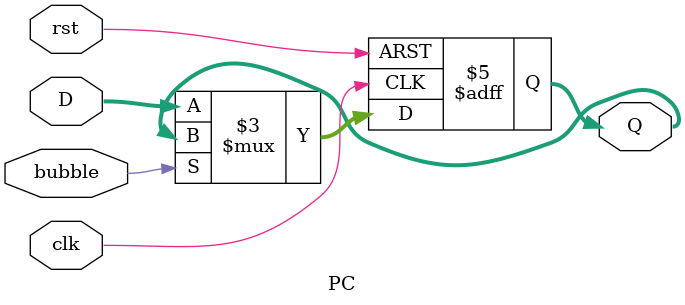
<source format=v>
`timescale 1ns / 1ps

module PC(
    input               clk,
    input               rst,
    input [31:0]        D,
    input               bubble,

    output reg [31:0]   Q
    );

    always @(posedge clk or posedge rst) begin
        if(rst)
            Q <= 32'b0;
        else if(bubble)
            Q <= Q;
        else
            Q <= D;
    end
endmodule

</source>
